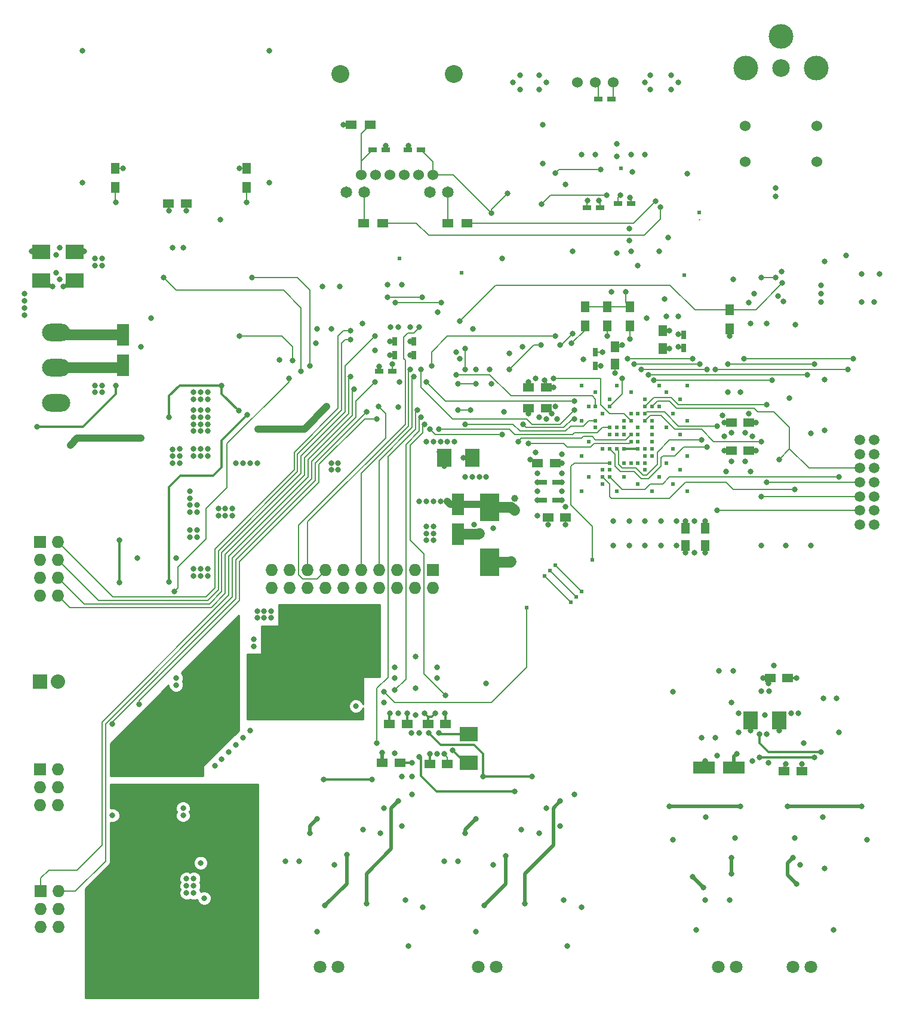
<source format=gbl>
G04 #@! TF.FileFunction,Copper,L4,Bot,Signal*
%FSLAX46Y46*%
G04 Gerber Fmt 4.6, Leading zero omitted, Abs format (unit mm)*
G04 Created by KiCad (PCBNEW 4.0.2+dfsg1-stable) date sø. 02. april 2017 kl. 18.17 +0200*
%MOMM*%
G01*
G04 APERTURE LIST*
%ADD10C,0.100000*%
%ADD11R,0.750000X1.200000*%
%ADD12R,1.200000X0.750000*%
%ADD13R,1.500000X1.250000*%
%ADD14R,2.000000X2.500000*%
%ADD15R,2.700020X4.000500*%
%ADD16R,1.800860X3.149600*%
%ADD17R,2.500000X2.000000*%
%ADD18R,1.250000X1.500000*%
%ADD19R,1.727200X1.727200*%
%ADD20O,1.727200X1.727200*%
%ADD21R,2.032000X2.032000*%
%ADD22O,2.032000X2.032000*%
%ADD23C,2.500000*%
%ADD24C,3.500000*%
%ADD25C,1.524000*%
%ADD26R,1.300000X1.500000*%
%ADD27R,1.500000X1.300000*%
%ADD28C,1.800000*%
%ADD29C,1.651000*%
%ADD30C,2.540000*%
%ADD31C,1.500000*%
%ADD32O,4.000000X2.500000*%
%ADD33R,3.149600X1.800860*%
%ADD34C,0.800000*%
%ADD35C,0.609600*%
%ADD36C,1.000000*%
%ADD37C,0.203200*%
%ADD38C,0.300000*%
%ADD39C,1.000000*%
%ADD40C,1.500000*%
%ADD41C,0.500000*%
%ADD42C,0.254000*%
G04 APERTURE END LIST*
D10*
D11*
X95750000Y-72800000D03*
X95750000Y-74700000D03*
X93000000Y-72800000D03*
X93000000Y-74700000D03*
D12*
X92700000Y-77000000D03*
X90800000Y-77000000D03*
D13*
X63450000Y-53200000D03*
X60950000Y-53200000D03*
D12*
X123750000Y-38400000D03*
X121850000Y-38400000D03*
D13*
X146250000Y-120500000D03*
X148750000Y-120500000D03*
X148250000Y-133750000D03*
X150750000Y-133750000D03*
D14*
X143500000Y-126500000D03*
X147500000Y-126500000D03*
D12*
X91750000Y-45600000D03*
X89850000Y-45600000D03*
X94850000Y-45600000D03*
X96750000Y-45600000D03*
X124650000Y-53200000D03*
X126550000Y-53200000D03*
X120250000Y-53800000D03*
X122150000Y-53800000D03*
D15*
X106500000Y-104088740D03*
X106500000Y-96311260D03*
D16*
X102000000Y-100125980D03*
X102000000Y-95874020D03*
D14*
X104000000Y-89250000D03*
X100000000Y-89250000D03*
D17*
X42900000Y-64100000D03*
X42900000Y-60100000D03*
X47600000Y-64100000D03*
X47600000Y-60100000D03*
D18*
X134250000Y-99250000D03*
X134250000Y-101750000D03*
D13*
X114500000Y-79250000D03*
X112000000Y-79250000D03*
D18*
X131000000Y-73750000D03*
X131000000Y-71250000D03*
X137000000Y-99250000D03*
X137000000Y-101750000D03*
D13*
X114500000Y-82250000D03*
X112000000Y-82250000D03*
X140750000Y-88250000D03*
X143250000Y-88250000D03*
X115750000Y-90000000D03*
X113250000Y-90000000D03*
X117250000Y-97750000D03*
X114750000Y-97750000D03*
D11*
X121500000Y-76200000D03*
X121500000Y-74300000D03*
X134000000Y-73700000D03*
X134000000Y-71800000D03*
D13*
X140750000Y-84250000D03*
X143250000Y-84250000D03*
D12*
X115950000Y-92750000D03*
X114050000Y-92750000D03*
D18*
X124250000Y-76000000D03*
X124250000Y-73500000D03*
D12*
X115950000Y-95250000D03*
X114050000Y-95250000D03*
D16*
X54500000Y-76125980D03*
X54500000Y-71874020D03*
D13*
X93750000Y-132500000D03*
X91250000Y-132500000D03*
X97750000Y-127000000D03*
X100250000Y-127000000D03*
D17*
X103500000Y-132500000D03*
X103500000Y-128500000D03*
D13*
X100500000Y-132750000D03*
X98000000Y-132750000D03*
X94750000Y-127000000D03*
X92250000Y-127000000D03*
D19*
X98430000Y-105230000D03*
D20*
X98430000Y-107770000D03*
X95890000Y-105230000D03*
X95890000Y-107770000D03*
X93350000Y-105230000D03*
X93350000Y-107770000D03*
X90810000Y-105230000D03*
X90810000Y-107770000D03*
X88270000Y-105230000D03*
X88270000Y-107770000D03*
X85730000Y-105230000D03*
X85730000Y-107770000D03*
X83190000Y-105230000D03*
X83190000Y-107770000D03*
X80650000Y-105230000D03*
X80650000Y-107770000D03*
X78110000Y-105230000D03*
X78110000Y-107770000D03*
X75570000Y-105230000D03*
X75570000Y-107770000D03*
D19*
X42730000Y-101190000D03*
D20*
X45270000Y-101190000D03*
X42730000Y-103730000D03*
X45270000Y-103730000D03*
X42730000Y-106270000D03*
X45270000Y-106270000D03*
X42730000Y-108810000D03*
X45270000Y-108810000D03*
D21*
X42730000Y-121000000D03*
D22*
X45270000Y-121000000D03*
D19*
X42730000Y-133460000D03*
D20*
X45270000Y-133460000D03*
X42730000Y-136000000D03*
X45270000Y-136000000D03*
X42730000Y-138540000D03*
X45270000Y-138540000D03*
D23*
X147800000Y-34000000D03*
D24*
X152800000Y-34000000D03*
X142800000Y-34000000D03*
X147800000Y-29500000D03*
D25*
X124000000Y-36000000D03*
X121460000Y-36000000D03*
X118920000Y-36000000D03*
D26*
X72000000Y-50950000D03*
X72000000Y-48250000D03*
X53400000Y-50950000D03*
X53400000Y-48250000D03*
X140500000Y-70950000D03*
X140500000Y-68250000D03*
D27*
X86850000Y-42000000D03*
X89550000Y-42000000D03*
X88650000Y-56000000D03*
X91350000Y-56000000D03*
X100550000Y-56000000D03*
X103250000Y-56000000D03*
D25*
X142700000Y-42200000D03*
X142700000Y-47280000D03*
X152860000Y-47280000D03*
X152860000Y-42200000D03*
D28*
X104900000Y-161500000D03*
X107440000Y-161500000D03*
X138900000Y-161500000D03*
X141440000Y-161500000D03*
X149500000Y-161500000D03*
X152040000Y-161500000D03*
D25*
X88270000Y-49176000D03*
X90302000Y-49176000D03*
X92334000Y-49176000D03*
X94366000Y-49176000D03*
X96398000Y-49176000D03*
X98430000Y-49176000D03*
D29*
X86136400Y-51639800D03*
X88676400Y-51639800D03*
X98023600Y-51639800D03*
X100563600Y-51639800D03*
D30*
X85285500Y-34825000D03*
X101414500Y-34825000D03*
D31*
X161000000Y-98750000D03*
X159000000Y-98750000D03*
X161000000Y-96750000D03*
X159000000Y-96750000D03*
X161000000Y-94750000D03*
X159000000Y-94750000D03*
X161000000Y-92750000D03*
X159000000Y-92750000D03*
X161000000Y-90750000D03*
X159000000Y-90750000D03*
X161000000Y-88750000D03*
X159000000Y-88750000D03*
X161000000Y-86750000D03*
X159000000Y-86750000D03*
D32*
X45000000Y-71500000D03*
X45000000Y-76500000D03*
X45000000Y-81500000D03*
D28*
X82400000Y-161500000D03*
X84940000Y-161500000D03*
D33*
X136874020Y-133250000D03*
X141125980Y-133250000D03*
D19*
X42830000Y-150760000D03*
D20*
X45370000Y-150760000D03*
X42830000Y-153300000D03*
X45370000Y-153300000D03*
X42830000Y-155840000D03*
X45370000Y-155840000D03*
D26*
X123190000Y-67865000D03*
X123190000Y-70565000D03*
X120015000Y-67865000D03*
X120015000Y-70565000D03*
X126365000Y-67865000D03*
X126365000Y-70565000D03*
D34*
X125750000Y-65750000D03*
X93500000Y-82100000D03*
X122000000Y-52800000D03*
X104500000Y-76750000D03*
X108500000Y-82750000D03*
X106750000Y-78750000D03*
X139500000Y-83250000D03*
D35*
X128500000Y-90000000D03*
X128500000Y-81000000D03*
X126500000Y-83000000D03*
D34*
X124250000Y-77250000D03*
D35*
X125500000Y-92000000D03*
X119500000Y-94000000D03*
X124500000Y-79000000D03*
X121500000Y-80000000D03*
X122500000Y-83000000D03*
X120500000Y-87000000D03*
X119500000Y-84000000D03*
D34*
X53500000Y-79000000D03*
X42300000Y-84900000D03*
D35*
X129500000Y-84000000D03*
D34*
X63000000Y-59500000D03*
X58500000Y-69500000D03*
X152000000Y-101750000D03*
X148500000Y-101750000D03*
X145000000Y-101750000D03*
X63500000Y-54250000D03*
X54500000Y-48250000D03*
X71000000Y-48250000D03*
X85250000Y-65000000D03*
X94000000Y-64750000D03*
X85750000Y-42000000D03*
X132250000Y-35000000D03*
X133250000Y-36000000D03*
X132250000Y-37000000D03*
X114000000Y-42000000D03*
X114000000Y-47500000D03*
X121500000Y-46250000D03*
X124500000Y-46500000D03*
X126500000Y-46250000D03*
X108250000Y-61000000D03*
X131750000Y-58000000D03*
X145750000Y-70250000D03*
X131500000Y-69250000D03*
X132000000Y-73750000D03*
X133250000Y-73500000D03*
X122250000Y-76250000D03*
X109250000Y-74500000D03*
X111150000Y-73500000D03*
X127500000Y-62000000D03*
X126250000Y-58500000D03*
X126750000Y-48750000D03*
X126400000Y-52400000D03*
X147000000Y-51000000D03*
X159200000Y-67200000D03*
X159200000Y-63200000D03*
X154000000Y-78200000D03*
X154000000Y-85400000D03*
X84000000Y-71000000D03*
X90200000Y-74000000D03*
X92400000Y-70700000D03*
X93500000Y-70700000D03*
X102200000Y-75200000D03*
X92700000Y-76000000D03*
X92300000Y-72800000D03*
X95200000Y-72800000D03*
X140250000Y-80000000D03*
X139750000Y-84250000D03*
X140750000Y-85750000D03*
X139750000Y-86250000D03*
X139750000Y-88250000D03*
X140750000Y-89750000D03*
X140000000Y-91250000D03*
X46000000Y-65000000D03*
X44500000Y-65000000D03*
X45000000Y-63000000D03*
X45500000Y-64000000D03*
D35*
X122500000Y-93000000D03*
X122500000Y-91000000D03*
X123500000Y-86000000D03*
D34*
X40500000Y-68000000D03*
X40500000Y-66000000D03*
X40500000Y-67000000D03*
X40500000Y-69000000D03*
X146000000Y-121250000D03*
X145500000Y-125750000D03*
X96000000Y-122000000D03*
X94750000Y-125500000D03*
X97250000Y-125500000D03*
X98750000Y-125500000D03*
X93000000Y-120500000D03*
X99000000Y-120500000D03*
X141000000Y-119500000D03*
X153800000Y-123400000D03*
X87500000Y-124500000D03*
X128750000Y-69500000D03*
X154000000Y-61400000D03*
X153500000Y-67200000D03*
X148100000Y-67100000D03*
X145250000Y-120500000D03*
X140750000Y-124000000D03*
D35*
X125100000Y-48200000D03*
D34*
X146100000Y-122400000D03*
X145000000Y-122400000D03*
X139000000Y-119500000D03*
X124500000Y-60250000D03*
X126500000Y-60000000D03*
X130500000Y-60000000D03*
X126250000Y-56750000D03*
X120400000Y-52800000D03*
X99100000Y-68600000D03*
X93700000Y-78500000D03*
X90800000Y-76300000D03*
X92300000Y-74700000D03*
X95200000Y-74700000D03*
X95200000Y-70700000D03*
X150750000Y-132750000D03*
X151000000Y-129750000D03*
X141750000Y-128250000D03*
X143750000Y-132250000D03*
X100100000Y-125500000D03*
X95400000Y-128300000D03*
X92300000Y-125500000D03*
X93500000Y-125500000D03*
X96000000Y-125750000D03*
X91500000Y-124000000D03*
D35*
X124500000Y-86000000D03*
X123500000Y-91000000D03*
X128500000Y-91000000D03*
X126500000Y-90000000D03*
X130500000Y-79000000D03*
X122500000Y-88000000D03*
X132500000Y-88000000D03*
X129500000Y-87000000D03*
X128500000Y-88000000D03*
X127500000Y-86000000D03*
X129500000Y-85000000D03*
X131500000Y-85000000D03*
X131500000Y-80000000D03*
X130500000Y-82000000D03*
X121500000Y-85000000D03*
X120500000Y-82000000D03*
X119500000Y-79000000D03*
X127500000Y-83000000D03*
X126500000Y-80000000D03*
X123500000Y-81000000D03*
D34*
X66000000Y-151750000D03*
X83000000Y-114000000D03*
X82000000Y-115000000D03*
X81000000Y-115000000D03*
X82000000Y-114000000D03*
X83000000Y-115000000D03*
X68500000Y-118500000D03*
X66500000Y-118500000D03*
X67500000Y-118500000D03*
X69500000Y-118500000D03*
X66500000Y-119500000D03*
X69500000Y-120500000D03*
X80000000Y-115000000D03*
X79000000Y-115000000D03*
X67500000Y-120500000D03*
X68500000Y-120500000D03*
X66500000Y-120500000D03*
X69500000Y-119500000D03*
X67500000Y-119500000D03*
X68500000Y-119500000D03*
X85000000Y-91000000D03*
X85000000Y-90000000D03*
X84000000Y-90000000D03*
X84000000Y-91000000D03*
X104000000Y-92000000D03*
X106000000Y-92000000D03*
X105000000Y-92000000D03*
X103000000Y-92000000D03*
D35*
X125500000Y-84000000D03*
X134500000Y-94000000D03*
X129500000Y-94000000D03*
X124500000Y-94000000D03*
X132500000Y-93000000D03*
X127500000Y-93000000D03*
X130500000Y-92000000D03*
X120500000Y-92000000D03*
X133500000Y-91000000D03*
X131500000Y-90000000D03*
X134500000Y-89000000D03*
X129500000Y-89000000D03*
X119500000Y-89000000D03*
X133500000Y-86000000D03*
X134500000Y-84000000D03*
X132500000Y-83000000D03*
X133500000Y-81000000D03*
X134500000Y-79000000D03*
D36*
X105000000Y-100000000D03*
X109500000Y-104000000D03*
D34*
X97500000Y-101000000D03*
X98500000Y-100000000D03*
X98500000Y-99000000D03*
X98500000Y-101000000D03*
X97500000Y-100000000D03*
X97500000Y-99000000D03*
X65500000Y-106000000D03*
X66500000Y-105000000D03*
X64500000Y-105000000D03*
X65500000Y-105000000D03*
X66500000Y-106000000D03*
X64500000Y-106000000D03*
X65000000Y-100500000D03*
X64000000Y-100500000D03*
X65000000Y-99500000D03*
X64000000Y-97000000D03*
X64000000Y-99500000D03*
X64000000Y-96000000D03*
X65000000Y-97000000D03*
X64000000Y-94000000D03*
X64000000Y-95000000D03*
X65000000Y-96000000D03*
X56500000Y-103500000D03*
X66500000Y-85500000D03*
X65500000Y-85500000D03*
X64500000Y-85500000D03*
X66500000Y-84500000D03*
X65500000Y-84500000D03*
X64500000Y-84500000D03*
X66500000Y-83500000D03*
X65500000Y-83500000D03*
X64500000Y-83500000D03*
X66500000Y-82500000D03*
X65500000Y-82500000D03*
X64500000Y-81000000D03*
X66500000Y-81000000D03*
X65500000Y-80000000D03*
X64500000Y-80000000D03*
X66500000Y-80000000D03*
X65500000Y-81000000D03*
X64500000Y-82500000D03*
X65500000Y-88000000D03*
X66500000Y-89000000D03*
X64500000Y-89000000D03*
X65500000Y-89000000D03*
X66500000Y-88000000D03*
X64500000Y-88000000D03*
X57000000Y-73500000D03*
X76700000Y-75400000D03*
X61500000Y-59500000D03*
X104250000Y-98750000D03*
X107000000Y-99250000D03*
X48750000Y-31500000D03*
X48750000Y-50250000D03*
X75250000Y-31500000D03*
X75250000Y-50250000D03*
X61000000Y-54250000D03*
X82750000Y-65000000D03*
X92000000Y-64750000D03*
X91750000Y-45000000D03*
X110750000Y-35000000D03*
X110750000Y-37000000D03*
X109750000Y-36000000D03*
X119500000Y-46250000D03*
X124500000Y-44750000D03*
X128500000Y-46250000D03*
X134500000Y-49000000D03*
X131250000Y-66750000D03*
X123750000Y-65750000D03*
X143500000Y-70250000D03*
X140500000Y-72000000D03*
X141000000Y-64000000D03*
X133250000Y-69250000D03*
X132000000Y-71250000D03*
X133250000Y-71750000D03*
X122500000Y-74250000D03*
X125250000Y-73250000D03*
X106500000Y-76750000D03*
X117250000Y-50500000D03*
X118250000Y-60000000D03*
X125000000Y-52000000D03*
X147000000Y-52200000D03*
X161800000Y-63200000D03*
X161000000Y-67200000D03*
X149800000Y-70400000D03*
X157000000Y-60600000D03*
X149000000Y-80800000D03*
X152000000Y-85800000D03*
X82000000Y-71000000D03*
X81800000Y-73000000D03*
X88400000Y-70200000D03*
X142000000Y-80000000D03*
X143250000Y-83000000D03*
X144250000Y-84250000D03*
X142750000Y-85750000D03*
X143750000Y-86250000D03*
X144250000Y-88250000D03*
X142750000Y-89750000D03*
X143500000Y-91250000D03*
X124000000Y-101750000D03*
X126250000Y-101750000D03*
X128500000Y-101750000D03*
X130750000Y-101750000D03*
X133000000Y-101750000D03*
X135500000Y-102750000D03*
X134250000Y-102750000D03*
X137000000Y-102750000D03*
X114750000Y-98750000D03*
X113250000Y-97500000D03*
X113250000Y-95250000D03*
X113250000Y-94000000D03*
X113250000Y-92750000D03*
X113250000Y-91500000D03*
X112250000Y-89500000D03*
X113000000Y-88500000D03*
X114500000Y-83750000D03*
X113500000Y-83500000D03*
X112000000Y-83000000D03*
X113000000Y-78000000D03*
X112000000Y-78500000D03*
X51500000Y-80000000D03*
X50500000Y-79000000D03*
X50500000Y-80000000D03*
X51500000Y-79000000D03*
X51500000Y-62000000D03*
X50500000Y-61000000D03*
X51500000Y-61000000D03*
X50500000Y-62000000D03*
X41500000Y-60000000D03*
X49000000Y-60000000D03*
X45000000Y-60500000D03*
X45500000Y-59500000D03*
X63000000Y-140000000D03*
X63000000Y-139000000D03*
X65500000Y-146750000D03*
X68250000Y-55500000D03*
X100000000Y-90500000D03*
X80000000Y-114000000D03*
X79000000Y-114000000D03*
X81000000Y-114000000D03*
X53000000Y-140000000D03*
X137000000Y-132250000D03*
X95000000Y-158500000D03*
X77500000Y-146500000D03*
X91500000Y-139000000D03*
X95500000Y-137000000D03*
X94000000Y-141500000D03*
X82000000Y-156500000D03*
X97000000Y-153000000D03*
X94500000Y-152000000D03*
X104500000Y-156500000D03*
X117000000Y-152000000D03*
X119500000Y-153000000D03*
X100000000Y-146500000D03*
X116500000Y-141500000D03*
X114500000Y-139000000D03*
X118500000Y-137000000D03*
X117500000Y-158500000D03*
X99000000Y-119000000D03*
X96000000Y-117500000D03*
X93000000Y-119000000D03*
X94000000Y-134500000D03*
X135750000Y-156250000D03*
X138750000Y-131500000D03*
X137100000Y-140250000D03*
X132500000Y-143500000D03*
X141250000Y-143250000D03*
X155250000Y-156250000D03*
X160000000Y-143500000D03*
X149750000Y-143250000D03*
X153700000Y-140250000D03*
X156000000Y-128250000D03*
X146750000Y-118750000D03*
X141750000Y-125500000D03*
X149250000Y-125500000D03*
X150250000Y-125500000D03*
X150000000Y-120500000D03*
X99300000Y-128300000D03*
X155700000Y-123400000D03*
X106000000Y-121250000D03*
X136500000Y-129000000D03*
X132500000Y-122500000D03*
X101700000Y-74300000D03*
X104100000Y-71000000D03*
X95000000Y-45000000D03*
X100000000Y-131250000D03*
X99000000Y-131250000D03*
X145750000Y-128500000D03*
X147500000Y-128000000D03*
D35*
X134100000Y-63400000D03*
X136200000Y-54500000D03*
X93700000Y-61000000D03*
X102500000Y-63000000D03*
D34*
X119800000Y-75300000D03*
X153500000Y-66000000D03*
X153500000Y-64800000D03*
X144000000Y-66000000D03*
X143250000Y-67250000D03*
X147900000Y-62900000D03*
X147400000Y-66300000D03*
X93000000Y-131200000D03*
X91200000Y-131100000D03*
X154000000Y-147500000D03*
X137000000Y-152000000D03*
X128500000Y-36000000D03*
X129250000Y-35000000D03*
X129250000Y-37000000D03*
X113500000Y-35000000D03*
X114500000Y-36000000D03*
X113500000Y-37000000D03*
X73000000Y-116000000D03*
X95500000Y-132500000D03*
X95500000Y-134500000D03*
X96500000Y-128300000D03*
X143500000Y-128000000D03*
X73000000Y-115000000D03*
X73500000Y-111000000D03*
X73500000Y-112000000D03*
X74500000Y-112000000D03*
X75500000Y-111000000D03*
X74500000Y-111000000D03*
X89000000Y-152500000D03*
X93500000Y-138000000D03*
X116500000Y-138000000D03*
X111500000Y-152500000D03*
X75500000Y-112000000D03*
X138500000Y-129000000D03*
X148500000Y-132750000D03*
X146000000Y-132500000D03*
X113500000Y-142500000D03*
X111000000Y-142000000D03*
X70500000Y-130000000D03*
X91000000Y-142500000D03*
X88500000Y-142000000D03*
X72500000Y-128000000D03*
X71500000Y-129000000D03*
X68500000Y-132000000D03*
X67500000Y-133000000D03*
X69500000Y-131000000D03*
X150500000Y-147000000D03*
X64500000Y-149000000D03*
X79500000Y-146500000D03*
X84500000Y-147000000D03*
X102000000Y-146500000D03*
X107000000Y-147000000D03*
X64500000Y-150000000D03*
X63500000Y-150000000D03*
X64500000Y-151000000D03*
X63500000Y-149000000D03*
X63500000Y-151000000D03*
X140500000Y-152000000D03*
X141500000Y-131250000D03*
X132000000Y-138750000D03*
X142000000Y-138750000D03*
X159250000Y-138750000D03*
X148750000Y-138750000D03*
X136750000Y-150250000D03*
X135250000Y-148750000D03*
X140750000Y-146000000D03*
X140750000Y-148250000D03*
X149500000Y-146000000D03*
X150000000Y-149750000D03*
X123100000Y-52000000D03*
X113800000Y-53300000D03*
X122200000Y-48400000D03*
X115800000Y-48900000D03*
X106700000Y-54600000D03*
X109000000Y-51750000D03*
X116750000Y-88750000D03*
X116750000Y-90000000D03*
D35*
X125500000Y-90000000D03*
X127500000Y-90000000D03*
X128500000Y-89000000D03*
X127500000Y-85000000D03*
D36*
X110000000Y-96750000D03*
X110000000Y-95000000D03*
D34*
X124000000Y-98250000D03*
X126250000Y-98250000D03*
X128500000Y-98250000D03*
X130750000Y-98250000D03*
X133000000Y-98250000D03*
X134250000Y-98250000D03*
X117250000Y-98750000D03*
X117250000Y-96250000D03*
X116750000Y-95250000D03*
X116750000Y-94000000D03*
X116750000Y-92750000D03*
X116750000Y-91500000D03*
D35*
X127500000Y-87000000D03*
X129500000Y-88000000D03*
X129500000Y-86000000D03*
D34*
X137000000Y-98250000D03*
X135500000Y-98250000D03*
X97500000Y-95500000D03*
X100500000Y-95500000D03*
X99500000Y-95500000D03*
X98500000Y-95500000D03*
X96500000Y-95500000D03*
D35*
X125500000Y-86000000D03*
X125500000Y-85000000D03*
X124500000Y-85000000D03*
D34*
X100500000Y-87000000D03*
X98500000Y-87000000D03*
X97500000Y-87000000D03*
X99500000Y-87000000D03*
X101500000Y-87000000D03*
D35*
X127500000Y-88000000D03*
X125500000Y-88000000D03*
D34*
X116000000Y-83750000D03*
X115750000Y-82000000D03*
X115250000Y-83000000D03*
X115500000Y-79250000D03*
X114250000Y-78250000D03*
X102750000Y-89250000D03*
X62000000Y-121500000D03*
X72500000Y-90000000D03*
X70500000Y-90000000D03*
X71500000Y-90000000D03*
X73500000Y-90000000D03*
X61500000Y-89000000D03*
X62500000Y-90000000D03*
X62500000Y-88000000D03*
X62500000Y-89000000D03*
X61500000Y-90000000D03*
X61500000Y-88100000D03*
X62000000Y-103500000D03*
X62000000Y-120500000D03*
X68000000Y-97500000D03*
X69000000Y-97500000D03*
X70000000Y-96500000D03*
X69000000Y-96500000D03*
X70000000Y-97500000D03*
X68000000Y-96500000D03*
D36*
X73600000Y-85200000D03*
X83400000Y-82000000D03*
D34*
X69500000Y-147500000D03*
X67500000Y-147500000D03*
X68500000Y-146500000D03*
X69500000Y-145500000D03*
X67500000Y-145500000D03*
X68500000Y-145500000D03*
X69500000Y-146500000D03*
X67500000Y-146500000D03*
X68500000Y-147500000D03*
X69500000Y-138500000D03*
X67500000Y-138500000D03*
X68500000Y-139500000D03*
X69500000Y-140500000D03*
X67500000Y-140500000D03*
X68500000Y-140500000D03*
X69500000Y-139500000D03*
X67500000Y-139500000D03*
X68500000Y-138500000D03*
X59000000Y-140500000D03*
X59000000Y-139500000D03*
X58000000Y-139500000D03*
X58000000Y-140500000D03*
X59000000Y-141500000D03*
X58000000Y-141500000D03*
X54000000Y-101000000D03*
X54000000Y-107000000D03*
X103000000Y-142500000D03*
X104500000Y-140500000D03*
X81000000Y-142500000D03*
X82000000Y-140500000D03*
X105750000Y-152750000D03*
X108750000Y-145750000D03*
X83100000Y-152800000D03*
X86200000Y-145600000D03*
X53500000Y-53000000D03*
X96500000Y-70700000D03*
X61750000Y-108250000D03*
X78000000Y-78000000D03*
X126000000Y-75250000D03*
X135250000Y-75250000D03*
D35*
X115750000Y-104500000D03*
X119500000Y-108250000D03*
D34*
X104500000Y-78750000D03*
X102000000Y-78750000D03*
D35*
X115000000Y-105250000D03*
X118750000Y-109000000D03*
D34*
X103750000Y-82500000D03*
X102000000Y-82500000D03*
X53000000Y-127000000D03*
X89000000Y-82750000D03*
X144750000Y-131750000D03*
X152500000Y-131750000D03*
X102235000Y-69850000D03*
X148000000Y-64500000D03*
D35*
X114250000Y-106000000D03*
D34*
X98000000Y-85250000D03*
X108250000Y-86000000D03*
D35*
X118000000Y-109750000D03*
D34*
X115750000Y-72000000D03*
X98250000Y-76250000D03*
D35*
X126500000Y-84000000D03*
D34*
X115500000Y-78000000D03*
D35*
X126500000Y-87000000D03*
D34*
X112000000Y-87250000D03*
X100250000Y-123000000D03*
X97250000Y-84500000D03*
D35*
X111750000Y-110500000D03*
D34*
X91500000Y-122500000D03*
X101750000Y-77500000D03*
D35*
X121500000Y-82000000D03*
D34*
X99250000Y-85250000D03*
D35*
X123500000Y-85000000D03*
D34*
X103000000Y-84500000D03*
X103000000Y-76750000D03*
X103000000Y-73750000D03*
D35*
X121500000Y-84000000D03*
D34*
X111250000Y-84500000D03*
X118500000Y-83750000D03*
X118500000Y-81250000D03*
X97500000Y-78500000D03*
X96750000Y-76750000D03*
X118500000Y-82500000D03*
X93100000Y-67300000D03*
X99600000Y-67300000D03*
X96900000Y-66500000D03*
X92000000Y-66500000D03*
X90500000Y-129750000D03*
X96250000Y-82500000D03*
X96750000Y-83500000D03*
X93000000Y-122250000D03*
X136250000Y-76000000D03*
X127000000Y-76000000D03*
X156000000Y-92000000D03*
D35*
X123500000Y-92000000D03*
D34*
X138500000Y-76750000D03*
D35*
X124500000Y-88000000D03*
D34*
X136500000Y-86750000D03*
X157250000Y-76750000D03*
X158000000Y-75250000D03*
X142500000Y-75250000D03*
X137250000Y-87750000D03*
X140250000Y-76000000D03*
X152500000Y-76000000D03*
D35*
X123500000Y-88000000D03*
D34*
X151500000Y-77500000D03*
X129000000Y-77500000D03*
X147000000Y-63750000D03*
X145000000Y-63750000D03*
X137250000Y-76750000D03*
X128000000Y-76750000D03*
D35*
X122500000Y-92000000D03*
D34*
X149750000Y-93750000D03*
X118200000Y-71700000D03*
X116500000Y-73250000D03*
X125250000Y-78000000D03*
D35*
X123500000Y-82000000D03*
D34*
X129750000Y-78250000D03*
X146500000Y-78250000D03*
D35*
X121000000Y-103750000D03*
X123500000Y-90000000D03*
D34*
X86750000Y-71250000D03*
D36*
X47000000Y-87500000D03*
X57000000Y-86500000D03*
D34*
X112500000Y-134500000D03*
X105500000Y-134500000D03*
X97800000Y-128300000D03*
X96500000Y-131700000D03*
X110000000Y-136600000D03*
X89800000Y-134900000D03*
X82900000Y-134900000D03*
X101250000Y-130750000D03*
X98000000Y-131250000D03*
X72000000Y-53000000D03*
X86750000Y-72500000D03*
X90250000Y-72000000D03*
X86750000Y-77750000D03*
X87250000Y-79500000D03*
X90250000Y-78500000D03*
X95750000Y-77750000D03*
X95250000Y-76750000D03*
X90750000Y-82000000D03*
D35*
X128500000Y-83000000D03*
D34*
X138750000Y-96750000D03*
X138750000Y-84750000D03*
X145000000Y-87000000D03*
D35*
X128500000Y-84000000D03*
D34*
X145000000Y-94750000D03*
D35*
X128500000Y-82000000D03*
D34*
X145750000Y-92750000D03*
X145750000Y-81750000D03*
X147500000Y-89500000D03*
D35*
X129500000Y-82000000D03*
D34*
X56750000Y-124250000D03*
X90500000Y-83750000D03*
X72750000Y-63750000D03*
X81000000Y-76250000D03*
X78500000Y-75500000D03*
X71000000Y-72000000D03*
X60250000Y-63750000D03*
X79750000Y-77000000D03*
X144750000Y-128500000D03*
X153500000Y-131000000D03*
X130700000Y-53700000D03*
X130000000Y-52900000D03*
X113750000Y-73250000D03*
X109250000Y-76750000D03*
D35*
X126500000Y-86000000D03*
D34*
X110500000Y-87000000D03*
X61000000Y-106900000D03*
X72100000Y-83200000D03*
X70900000Y-82600000D03*
X61000000Y-83500000D03*
X68500000Y-79000000D03*
X123190000Y-72009000D03*
X118110000Y-73025000D03*
X126365000Y-72390000D03*
D37*
X136200000Y-55500000D02*
X136250000Y-55500000D01*
X125750000Y-67250000D02*
X125750000Y-65750000D01*
X125750000Y-67250000D02*
X126365000Y-67865000D01*
X123190000Y-67865000D02*
X126365000Y-67865000D01*
X120015000Y-67865000D02*
X123190000Y-67865000D01*
X126285000Y-67945000D02*
X126365000Y-67865000D01*
X122150000Y-53800000D02*
X122150000Y-52950000D01*
X122150000Y-52950000D02*
X122000000Y-52800000D01*
X124250000Y-76000000D02*
X124250000Y-77250000D01*
D38*
X53500000Y-80200000D02*
X53500000Y-79000000D01*
X48800000Y-84900000D02*
X53500000Y-80200000D01*
X42300000Y-84900000D02*
X48800000Y-84900000D01*
D39*
X42400000Y-64600000D02*
X42900000Y-64100000D01*
D37*
X63450000Y-54200000D02*
X63500000Y-54250000D01*
X63450000Y-53200000D02*
X63450000Y-54200000D01*
X53400000Y-48250000D02*
X54500000Y-48250000D01*
X72000000Y-48250000D02*
X71000000Y-48250000D01*
X86850000Y-42000000D02*
X85750000Y-42000000D01*
X131000000Y-73750000D02*
X132000000Y-73750000D01*
X133450000Y-73700000D02*
X133250000Y-73500000D01*
X134000000Y-73700000D02*
X133450000Y-73700000D01*
X122200000Y-76200000D02*
X122250000Y-76250000D01*
X121500000Y-76200000D02*
X122200000Y-76200000D01*
X111150000Y-73500000D02*
X111250000Y-73500000D01*
X126550000Y-52550000D02*
X126400000Y-52400000D01*
X126550000Y-53200000D02*
X126550000Y-52550000D01*
X92700000Y-77000000D02*
X92700000Y-76000000D01*
X93000000Y-72800000D02*
X92300000Y-72800000D01*
X95750000Y-72800000D02*
X95200000Y-72800000D01*
X140750000Y-84250000D02*
X139750000Y-84250000D01*
X140750000Y-88250000D02*
X139750000Y-88250000D01*
X46900000Y-64100000D02*
X46000000Y-65000000D01*
X47600000Y-64100000D02*
X46900000Y-64100000D01*
X43600000Y-64100000D02*
X44500000Y-65000000D01*
X42900000Y-64100000D02*
X43600000Y-64100000D01*
D38*
X146000000Y-120750000D02*
X146000000Y-121250000D01*
D37*
X146000000Y-120750000D02*
X146250000Y-120500000D01*
D38*
X94750000Y-127000000D02*
X94750000Y-125500000D01*
X97750000Y-126000000D02*
X97250000Y-125500000D01*
X97750000Y-127000000D02*
X97750000Y-126000000D01*
X98250000Y-126000000D02*
X98750000Y-125500000D01*
X97750000Y-126000000D02*
X98250000Y-126000000D01*
D37*
X120250000Y-52950000D02*
X120250000Y-53800000D01*
X120250000Y-52950000D02*
X120400000Y-52800000D01*
X90800000Y-76300000D02*
X90800000Y-77000000D01*
X92300000Y-74700000D02*
X93000000Y-74700000D01*
X95750000Y-74700000D02*
X95200000Y-74700000D01*
X150750000Y-133750000D02*
X150750000Y-132750000D01*
D38*
X100250000Y-127000000D02*
X100250000Y-125650000D01*
D37*
X100250000Y-125650000D02*
X100100000Y-125500000D01*
D38*
X92250000Y-125550000D02*
X92250000Y-127000000D01*
D37*
X92250000Y-125550000D02*
X92300000Y-125500000D01*
D40*
X102000000Y-100125980D02*
X104874020Y-100125980D01*
X104874020Y-100125980D02*
X105000000Y-100000000D01*
X106500000Y-104088740D02*
X109411260Y-104088740D01*
X109411260Y-104088740D02*
X109500000Y-104000000D01*
X45000000Y-76500000D02*
X54125980Y-76500000D01*
X54125980Y-76500000D02*
X54500000Y-76125980D01*
D41*
X111900000Y-82350000D02*
X112000000Y-82250000D01*
X99150000Y-88400000D02*
X100000000Y-89250000D01*
D37*
X114750000Y-97750000D02*
X114150000Y-97750000D01*
X137000000Y-101750000D02*
X137000000Y-102350000D01*
X60950000Y-54200000D02*
X61000000Y-54250000D01*
X60950000Y-53200000D02*
X60950000Y-54200000D01*
X91750000Y-45600000D02*
X91750000Y-45000000D01*
X140500000Y-70950000D02*
X140500000Y-72000000D01*
X131000000Y-71250000D02*
X132000000Y-71250000D01*
X133300000Y-71800000D02*
X133250000Y-71750000D01*
X134000000Y-71800000D02*
X133300000Y-71800000D01*
X122450000Y-74300000D02*
X122500000Y-74250000D01*
X121500000Y-74300000D02*
X122450000Y-74300000D01*
X125000000Y-73500000D02*
X125250000Y-73250000D01*
X124250000Y-73500000D02*
X125000000Y-73500000D01*
X124650000Y-52350000D02*
X124650000Y-53200000D01*
X124650000Y-52350000D02*
X125000000Y-52000000D01*
X143250000Y-84250000D02*
X144250000Y-84250000D01*
X143250000Y-88250000D02*
X144250000Y-88250000D01*
X134250000Y-101750000D02*
X134250000Y-102750000D01*
X137000000Y-101750000D02*
X137000000Y-102750000D01*
X114750000Y-97750000D02*
X114750000Y-98750000D01*
X114050000Y-95250000D02*
X113250000Y-95250000D01*
X114050000Y-92750000D02*
X113250000Y-92750000D01*
X112750000Y-90000000D02*
X112250000Y-89500000D01*
X113250000Y-90000000D02*
X112750000Y-90000000D01*
X112000000Y-82250000D02*
X112000000Y-83000000D01*
X112000000Y-79250000D02*
X112000000Y-78500000D01*
X41600000Y-60100000D02*
X41500000Y-60000000D01*
X42900000Y-60100000D02*
X41600000Y-60100000D01*
X48900000Y-60100000D02*
X49000000Y-60000000D01*
X47600000Y-60100000D02*
X48900000Y-60100000D01*
X100000000Y-89250000D02*
X100000000Y-90500000D01*
D38*
X136874020Y-133250000D02*
X136874020Y-132375980D01*
D41*
X136874020Y-132375980D02*
X137000000Y-132250000D01*
D38*
X148750000Y-120500000D02*
X150000000Y-120500000D01*
X99500000Y-128500000D02*
X99300000Y-128300000D01*
X103500000Y-128500000D02*
X99500000Y-128500000D01*
D37*
X94850000Y-45150000D02*
X95000000Y-45000000D01*
X94850000Y-45600000D02*
X94850000Y-45150000D01*
X100500000Y-131750000D02*
X100500000Y-132750000D01*
X100500000Y-131750000D02*
X100000000Y-131250000D01*
X147500000Y-126500000D02*
X147500000Y-128000000D01*
D41*
X91250000Y-132500000D02*
X91250000Y-131150000D01*
D37*
X91250000Y-131150000D02*
X91200000Y-131100000D01*
X124000000Y-36000000D02*
X124000000Y-38150000D01*
X124000000Y-38150000D02*
X123750000Y-38400000D01*
X121850000Y-38400000D02*
X121850000Y-36390000D01*
X121850000Y-36390000D02*
X121460000Y-36000000D01*
D38*
X93750000Y-132500000D02*
X95500000Y-132500000D01*
D37*
X143500000Y-128000000D02*
X143500000Y-126500000D01*
D41*
X89000000Y-148250000D02*
X92500000Y-144750000D01*
X92500000Y-144750000D02*
X92500000Y-139000000D01*
X92500000Y-139000000D02*
X93500000Y-138000000D01*
X89000000Y-152500000D02*
X89000000Y-148250000D01*
X115500000Y-139000000D02*
X116500000Y-138000000D01*
X115500000Y-144250000D02*
X115500000Y-139000000D01*
X111500000Y-148250000D02*
X115500000Y-144250000D01*
X111500000Y-152500000D02*
X111500000Y-148250000D01*
D37*
X148250000Y-133000000D02*
X148250000Y-133750000D01*
X148250000Y-133000000D02*
X148500000Y-132750000D01*
D41*
X141125980Y-133250000D02*
X141125980Y-131624020D01*
X141125980Y-131624020D02*
X141500000Y-131250000D01*
X140500000Y-132624020D02*
X141125980Y-133250000D01*
X132000000Y-138750000D02*
X142000000Y-138750000D01*
X148750000Y-138750000D02*
X159250000Y-138750000D01*
X136750000Y-150250000D02*
X135250000Y-148750000D01*
X140750000Y-146000000D02*
X140750000Y-148250000D01*
X148750000Y-146750000D02*
X148750000Y-148500000D01*
X148750000Y-148500000D02*
X150000000Y-149750000D01*
X149500000Y-146000000D02*
X148750000Y-146750000D01*
D37*
X115100000Y-52000000D02*
X123100000Y-52000000D01*
X113800000Y-53300000D02*
X115100000Y-52000000D01*
X115800000Y-48900000D02*
X116300000Y-48400000D01*
X116300000Y-48400000D02*
X122200000Y-48400000D01*
X88270000Y-49176000D02*
X88270000Y-47180000D01*
X88270000Y-47180000D02*
X89850000Y-45600000D01*
X88270000Y-49176000D02*
X88270000Y-43280000D01*
X88270000Y-43280000D02*
X89550000Y-42000000D01*
X106700000Y-54600000D02*
X101276000Y-49176000D01*
X101276000Y-49176000D02*
X98430000Y-49176000D01*
X98430000Y-49176000D02*
X98430000Y-47280000D01*
X98430000Y-47280000D02*
X96750000Y-45600000D01*
X109000000Y-51750000D02*
X106700000Y-54050000D01*
X106700000Y-54050000D02*
X106700000Y-54600000D01*
X116750000Y-90000000D02*
X115750000Y-90000000D01*
D40*
X106500000Y-96311260D02*
X109561260Y-96311260D01*
X109561260Y-96311260D02*
X110000000Y-96750000D01*
D39*
X102000000Y-95874020D02*
X106062760Y-95874020D01*
X106062760Y-95874020D02*
X106500000Y-96311260D01*
D37*
X117250000Y-97750000D02*
X117800000Y-97750000D01*
X137000000Y-99250000D02*
X137000000Y-98650000D01*
X134250000Y-99250000D02*
X134250000Y-98250000D01*
X117250000Y-97750000D02*
X117250000Y-98750000D01*
X115950000Y-95250000D02*
X116750000Y-95250000D01*
X115950000Y-92750000D02*
X116750000Y-92750000D01*
X137000000Y-98250000D02*
X137000000Y-99250000D01*
D39*
X100874020Y-95874020D02*
X100500000Y-95500000D01*
X100874020Y-95874020D02*
X102000000Y-95874020D01*
D38*
X127500000Y-88000000D02*
X125500000Y-88000000D01*
D37*
X114500000Y-82250000D02*
X115250000Y-83000000D01*
X114500000Y-78500000D02*
X114250000Y-78250000D01*
X114500000Y-79250000D02*
X114500000Y-78500000D01*
X104000000Y-89250000D02*
X102750000Y-89250000D01*
X61500000Y-88100000D02*
X61500000Y-88000000D01*
D40*
X54500000Y-71874020D02*
X45374020Y-71874020D01*
D38*
X45374020Y-71874020D02*
X45000000Y-71500000D01*
D39*
X80200000Y-85200000D02*
X73600000Y-85200000D01*
X83400000Y-82000000D02*
X80200000Y-85200000D01*
D38*
X54000000Y-107000000D02*
X54000000Y-101000000D01*
D41*
X103000000Y-142000000D02*
X103000000Y-142500000D01*
X104500000Y-140500000D02*
X103000000Y-142000000D01*
X81000000Y-141500000D02*
X81000000Y-142500000D01*
X82000000Y-140500000D02*
X81000000Y-141500000D01*
X105750000Y-152750000D02*
X108750000Y-149750000D01*
X108750000Y-149750000D02*
X108750000Y-145750000D01*
X83100000Y-152800000D02*
X86200000Y-149700000D01*
X86200000Y-149700000D02*
X86200000Y-145600000D01*
D37*
X53400000Y-52900000D02*
X53400000Y-50950000D01*
X53500000Y-53000000D02*
X53400000Y-52900000D01*
X94500000Y-75400000D02*
X94300000Y-75200000D01*
X94300000Y-75200000D02*
X94300000Y-72200000D01*
X94300000Y-72200000D02*
X94900000Y-71600000D01*
X80650000Y-98350000D02*
X80650000Y-105230000D01*
X80650000Y-98350000D02*
X94500000Y-84500000D01*
X96500000Y-70800000D02*
X96500000Y-70700000D01*
X95700000Y-71600000D02*
X96500000Y-70800000D01*
X94900000Y-71600000D02*
X95700000Y-71600000D01*
X94500000Y-84500000D02*
X94500000Y-75400000D01*
X62250000Y-104750000D02*
X62250000Y-107750000D01*
X62250000Y-107750000D02*
X61750000Y-108250000D01*
X66250000Y-96500000D02*
X66250000Y-100750000D01*
X69250000Y-93500000D02*
X66250000Y-96500000D01*
X69250000Y-87250000D02*
X69250000Y-93500000D01*
X78000000Y-78500000D02*
X69250000Y-87250000D01*
X78000000Y-78000000D02*
X78000000Y-78500000D01*
X66250000Y-100750000D02*
X62250000Y-104750000D01*
X126000000Y-75250000D02*
X135250000Y-75250000D01*
X115750000Y-104500000D02*
X119500000Y-108250000D01*
X102000000Y-78750000D02*
X104500000Y-78750000D01*
X115000000Y-105250000D02*
X118750000Y-109000000D01*
X102000000Y-82500000D02*
X103750000Y-82500000D01*
X81750000Y-90000000D02*
X89000000Y-82750000D01*
X70500000Y-103750000D02*
X81750000Y-92500000D01*
X70500000Y-109250000D02*
X70500000Y-103750000D01*
X53000000Y-126750000D02*
X70500000Y-109250000D01*
X53000000Y-127000000D02*
X53000000Y-126750000D01*
X81750000Y-92500000D02*
X81750000Y-90000000D01*
D38*
X152500000Y-131750000D02*
X144750000Y-131750000D01*
D37*
X140500000Y-68250000D02*
X135560000Y-68250000D01*
X107315000Y-64770000D02*
X102235000Y-69850000D01*
X132080000Y-64770000D02*
X107315000Y-64770000D01*
X135560000Y-68250000D02*
X132080000Y-64770000D01*
X144250000Y-68250000D02*
X140500000Y-68250000D01*
X148000000Y-64500000D02*
X144250000Y-68250000D01*
X118000000Y-109750000D02*
X114250000Y-106000000D01*
X98000000Y-85250000D02*
X98750000Y-86000000D01*
X98750000Y-86000000D02*
X108250000Y-86000000D01*
X100500000Y-72000000D02*
X115750000Y-72000000D01*
X98250000Y-74250000D02*
X100500000Y-72000000D01*
X98250000Y-76250000D02*
X98250000Y-74250000D01*
X125500000Y-83000000D02*
X123500000Y-83000000D01*
X123500000Y-83000000D02*
X122250000Y-81750000D01*
X122250000Y-78000000D02*
X122250000Y-81750000D01*
X126500000Y-84000000D02*
X125500000Y-83000000D01*
X122250000Y-78000000D02*
X115500000Y-78000000D01*
X117500000Y-87750000D02*
X117000000Y-87250000D01*
X126500000Y-87000000D02*
X126250000Y-87250000D01*
X126250000Y-87250000D02*
X121250000Y-87250000D01*
X121250000Y-87250000D02*
X120750000Y-87750000D01*
X120750000Y-87750000D02*
X117500000Y-87750000D01*
X117000000Y-87250000D02*
X112000000Y-87250000D01*
X97156402Y-84500000D02*
X97000000Y-84656402D01*
X97000000Y-84656402D02*
X97000000Y-85750000D01*
X97000000Y-85750000D02*
X95250000Y-87500000D01*
X95250000Y-87500000D02*
X95250000Y-101000000D01*
X95250000Y-101000000D02*
X97150000Y-102900000D01*
X97150000Y-102900000D02*
X97150000Y-119900000D01*
X97150000Y-119900000D02*
X100250000Y-123000000D01*
X97250000Y-84500000D02*
X97156402Y-84500000D01*
X111750000Y-110500000D02*
X111750000Y-119000000D01*
X93000000Y-124000000D02*
X91500000Y-122500000D01*
X106750000Y-124000000D02*
X93000000Y-124000000D01*
X111750000Y-119000000D02*
X106750000Y-124000000D01*
X101750000Y-77500000D02*
X106500000Y-77500000D01*
X106500000Y-77500000D02*
X109500000Y-80500000D01*
X121500000Y-82000000D02*
X121500000Y-81000000D01*
X121500000Y-81000000D02*
X121000000Y-80500000D01*
X121000000Y-80500000D02*
X109500000Y-80500000D01*
X110000000Y-86000000D02*
X109250000Y-85250000D01*
X109250000Y-85250000D02*
X99250000Y-85250000D01*
X121750000Y-85750000D02*
X118500000Y-85750000D01*
X122500000Y-85000000D02*
X121750000Y-85750000D01*
X123500000Y-85000000D02*
X122500000Y-85000000D01*
X118250000Y-86000000D02*
X118500000Y-85750000D01*
X110000000Y-86000000D02*
X118250000Y-86000000D01*
X110750000Y-85500000D02*
X109750000Y-84500000D01*
X109750000Y-84500000D02*
X103000000Y-84500000D01*
X103000000Y-76750000D02*
X103000000Y-73750000D01*
X120500000Y-84000000D02*
X119750000Y-84750000D01*
X121500000Y-84000000D02*
X120500000Y-84000000D01*
X119750000Y-84750000D02*
X118000000Y-84750000D01*
X117250000Y-85500000D02*
X118000000Y-84750000D01*
X110750000Y-85500000D02*
X117250000Y-85500000D01*
X111250000Y-84500000D02*
X111500000Y-84500000D01*
X111250000Y-84593598D02*
X111656402Y-85000000D01*
X111656402Y-85000000D02*
X117000000Y-85000000D01*
X117000000Y-85000000D02*
X118250000Y-83750000D01*
X118250000Y-83750000D02*
X118500000Y-83750000D01*
X111250000Y-84500000D02*
X111250000Y-84593598D01*
X118500000Y-81250000D02*
X100250000Y-81250000D01*
X100250000Y-81250000D02*
X97500000Y-78500000D01*
X111750000Y-83750000D02*
X112500000Y-84500000D01*
X112500000Y-84500000D02*
X116500000Y-84500000D01*
X116500000Y-84500000D02*
X118500000Y-82500000D01*
X101250000Y-83750000D02*
X96750000Y-79250000D01*
X96750000Y-79250000D02*
X96750000Y-76750000D01*
X111750000Y-83750000D02*
X101250000Y-83750000D01*
X93100000Y-67300000D02*
X99600000Y-67300000D01*
X96900000Y-66500000D02*
X92000000Y-66500000D01*
X96156402Y-82500000D02*
X96000000Y-82656402D01*
X96000000Y-82656402D02*
X96000000Y-85250000D01*
X92100000Y-120400000D02*
X90500000Y-122000000D01*
X90500000Y-122000000D02*
X90500000Y-129750000D01*
X96250000Y-82500000D02*
X96156402Y-82500000D01*
X92100000Y-89150000D02*
X96000000Y-85250000D01*
X92100000Y-120400000D02*
X92100000Y-89150000D01*
X96750000Y-83500000D02*
X96656402Y-83500000D01*
X94600000Y-120650000D02*
X93000000Y-122250000D01*
X94600000Y-87400000D02*
X94600000Y-120650000D01*
X96500000Y-85500000D02*
X94600000Y-87400000D01*
X96500000Y-83656402D02*
X96500000Y-85500000D01*
X96656402Y-83500000D02*
X96500000Y-83656402D01*
X127000000Y-76000000D02*
X136250000Y-76000000D01*
X132000000Y-92000000D02*
X156000000Y-92000000D01*
X131000000Y-93000000D02*
X132000000Y-92000000D01*
X129250000Y-93000000D02*
X131000000Y-93000000D01*
X128500000Y-93750000D02*
X129250000Y-93000000D01*
X125250000Y-93750000D02*
X128500000Y-93750000D01*
X123500000Y-92000000D02*
X125250000Y-93750000D01*
X127250000Y-90750000D02*
X128250000Y-91750000D01*
X132000000Y-86750000D02*
X136500000Y-86750000D01*
X130250000Y-88500000D02*
X132000000Y-86750000D01*
X130250000Y-90250000D02*
X130250000Y-88500000D01*
X128750000Y-91750000D02*
X130250000Y-90250000D01*
X128250000Y-91750000D02*
X128750000Y-91750000D01*
X125250000Y-90750000D02*
X127250000Y-90750000D01*
X124750000Y-88250000D02*
X124500000Y-88000000D01*
X124750000Y-90250000D02*
X124750000Y-88250000D01*
X125250000Y-90750000D02*
X124750000Y-90250000D01*
X138500000Y-76750000D02*
X157250000Y-76750000D01*
X142500000Y-75250000D02*
X158000000Y-75250000D01*
X140250000Y-76000000D02*
X152500000Y-76000000D01*
X125000000Y-91250000D02*
X124250000Y-90500000D01*
X127000000Y-91250000D02*
X128000000Y-92250000D01*
X132750000Y-89000000D02*
X134000000Y-87750000D01*
X131000000Y-89000000D02*
X132750000Y-89000000D01*
X130750000Y-89250000D02*
X131000000Y-89000000D01*
X130750000Y-90500000D02*
X130750000Y-89250000D01*
X129000000Y-92250000D02*
X130750000Y-90500000D01*
X128000000Y-92250000D02*
X129000000Y-92250000D01*
X125000000Y-91250000D02*
X127000000Y-91250000D01*
X124250000Y-88750000D02*
X123500000Y-88000000D01*
X124250000Y-90500000D02*
X124250000Y-88750000D01*
X134000000Y-87750000D02*
X137250000Y-87750000D01*
X129000000Y-77500000D02*
X151500000Y-77500000D01*
X145000000Y-63750000D02*
X147000000Y-63750000D01*
X128000000Y-76750000D02*
X137250000Y-76750000D01*
X140000000Y-92750000D02*
X134250000Y-92750000D01*
X132000000Y-95000000D02*
X134250000Y-92750000D01*
X123750000Y-95000000D02*
X132000000Y-95000000D01*
X123500000Y-94750000D02*
X123750000Y-95000000D01*
X123500000Y-93000000D02*
X123500000Y-94750000D01*
X122500000Y-92000000D02*
X123500000Y-93000000D01*
X141000000Y-93750000D02*
X149750000Y-93750000D01*
X140000000Y-92750000D02*
X141000000Y-93750000D01*
X118200000Y-71700000D02*
X116650000Y-73250000D01*
X116650000Y-73250000D02*
X116500000Y-73250000D01*
X123500000Y-82000000D02*
X125250000Y-80250000D01*
X125250000Y-80250000D02*
X125250000Y-78000000D01*
X129750000Y-78250000D02*
X146500000Y-78250000D01*
X123500000Y-90000000D02*
X118500000Y-90000000D01*
X118000000Y-90500000D02*
X118500000Y-90000000D01*
X118000000Y-96000000D02*
X118000000Y-90500000D01*
X121000000Y-99000000D02*
X118000000Y-96000000D01*
X121000000Y-103750000D02*
X121000000Y-99000000D01*
X88676400Y-51639800D02*
X88676400Y-55973600D01*
X88676400Y-55973600D02*
X88650000Y-56000000D01*
X66250000Y-109000000D02*
X53080000Y-109000000D01*
X53080000Y-109000000D02*
X45270000Y-101190000D01*
X78750000Y-88500000D02*
X85000000Y-82250000D01*
X78750000Y-91000000D02*
X78750000Y-88500000D01*
X85750000Y-71250000D02*
X86750000Y-71250000D01*
X85000000Y-72000000D02*
X85750000Y-71250000D01*
X85000000Y-82250000D02*
X85000000Y-72000000D01*
X67500000Y-107750000D02*
X67500000Y-102250000D01*
X67500000Y-102250000D02*
X78750000Y-91000000D01*
X67500000Y-107750000D02*
X66250000Y-109000000D01*
D39*
X48000000Y-86500000D02*
X47000000Y-87500000D01*
X57000000Y-86500000D02*
X48000000Y-86500000D01*
D38*
X112500000Y-134500000D02*
X105500000Y-134500000D01*
X105500000Y-131250000D02*
X104250000Y-130000000D01*
X104250000Y-130000000D02*
X99500000Y-130000000D01*
X99500000Y-130000000D02*
X97800000Y-128300000D01*
X105500000Y-134500000D02*
X105500000Y-131250000D01*
X96500000Y-131700000D02*
X96700000Y-131900000D01*
X96700000Y-131900000D02*
X96700000Y-134400000D01*
X98900000Y-136600000D02*
X96700000Y-134400000D01*
X110000000Y-136600000D02*
X98900000Y-136600000D01*
X89800000Y-134900000D02*
X82900000Y-134900000D01*
X102750000Y-132500000D02*
X103500000Y-132500000D01*
X103000000Y-132500000D02*
X103500000Y-132500000D01*
X101250000Y-130750000D02*
X103000000Y-132500000D01*
X98000000Y-131250000D02*
X98000000Y-132750000D01*
D37*
X72000000Y-53000000D02*
X72000000Y-50950000D01*
X100563600Y-51639800D02*
X100563600Y-55986400D01*
X100563600Y-55986400D02*
X100550000Y-56000000D01*
X66500000Y-109500000D02*
X51040000Y-109500000D01*
X51040000Y-109500000D02*
X45270000Y-103730000D01*
X68000000Y-102500000D02*
X68000000Y-108000000D01*
X79250000Y-91250000D02*
X68000000Y-102500000D01*
X79250000Y-88750000D02*
X79250000Y-91250000D01*
X85500000Y-82500000D02*
X79250000Y-88750000D01*
X85500000Y-73000000D02*
X85500000Y-82500000D01*
X86000000Y-72500000D02*
X85500000Y-73000000D01*
X86750000Y-72500000D02*
X86000000Y-72500000D01*
X68000000Y-108000000D02*
X66500000Y-109500000D01*
X66750000Y-110000000D02*
X49000000Y-110000000D01*
X49000000Y-110000000D02*
X45270000Y-106270000D01*
X68500000Y-102750000D02*
X68500000Y-108250000D01*
X79750000Y-91500000D02*
X68500000Y-102750000D01*
X79750000Y-89000000D02*
X79750000Y-91500000D01*
X86000000Y-82750000D02*
X79750000Y-89000000D01*
X86000000Y-76250000D02*
X86000000Y-82750000D01*
X90250000Y-72000000D02*
X86000000Y-76250000D01*
X68500000Y-108250000D02*
X66750000Y-110000000D01*
X67000000Y-110500000D02*
X46960000Y-110500000D01*
X46960000Y-110500000D02*
X45270000Y-108810000D01*
X86500000Y-83000000D02*
X86500000Y-78000000D01*
X69000000Y-108500000D02*
X69000000Y-103000000D01*
X69000000Y-103000000D02*
X80250000Y-91750000D01*
X80250000Y-91750000D02*
X80250000Y-89250000D01*
X80250000Y-89250000D02*
X86500000Y-83000000D01*
X86500000Y-78000000D02*
X86750000Y-77750000D01*
X69000000Y-108500000D02*
X67000000Y-110500000D01*
X51500000Y-144250000D02*
X51500000Y-126750000D01*
X51500000Y-126750000D02*
X69500000Y-108750000D01*
X87250000Y-79500000D02*
X87000000Y-79750000D01*
X87000000Y-79750000D02*
X87000000Y-83250000D01*
X87000000Y-83250000D02*
X80750000Y-89500000D01*
X80750000Y-89500000D02*
X80750000Y-92000000D01*
X80750000Y-92000000D02*
X69500000Y-103250000D01*
X69500000Y-103250000D02*
X69500000Y-108750000D01*
X42830000Y-148920000D02*
X42830000Y-150760000D01*
X44000000Y-147750000D02*
X42830000Y-148920000D01*
X48000000Y-147750000D02*
X44000000Y-147750000D01*
X51500000Y-144250000D02*
X48000000Y-147750000D01*
X52000000Y-146500000D02*
X47740000Y-150760000D01*
X47740000Y-150760000D02*
X45370000Y-150760000D01*
X70000000Y-109000000D02*
X52000000Y-127000000D01*
X70000000Y-103500000D02*
X70000000Y-109000000D01*
X81250000Y-92250000D02*
X70000000Y-103500000D01*
X81250000Y-89750000D02*
X81250000Y-92250000D01*
X87500000Y-83500000D02*
X81250000Y-89750000D01*
X87500000Y-81250000D02*
X87500000Y-83500000D01*
X90250000Y-78500000D02*
X87500000Y-81250000D01*
X52000000Y-127000000D02*
X52000000Y-146500000D01*
X90810000Y-89690000D02*
X95500000Y-85000000D01*
X95500000Y-85000000D02*
X95500000Y-78000000D01*
X90810000Y-105230000D02*
X90810000Y-89690000D01*
X95500000Y-78000000D02*
X95750000Y-77750000D01*
X88270000Y-91480000D02*
X95000000Y-84750000D01*
X95000000Y-84750000D02*
X95000000Y-77000000D01*
X95000000Y-77000000D02*
X95250000Y-76750000D01*
X88270000Y-91480000D02*
X88270000Y-105230000D01*
X83190000Y-105230000D02*
X83190000Y-105310000D01*
X83190000Y-105310000D02*
X82000000Y-106500000D01*
X82000000Y-106500000D02*
X80000000Y-106500000D01*
X80000000Y-106500000D02*
X79400000Y-105900000D01*
X79400000Y-105900000D02*
X79400000Y-98850000D01*
X79400000Y-98850000D02*
X91750000Y-86500000D01*
X91750000Y-86500000D02*
X91750000Y-83000000D01*
X91750000Y-83000000D02*
X90750000Y-82000000D01*
X133250000Y-84750000D02*
X138750000Y-84750000D01*
X128500000Y-83000000D02*
X128750000Y-82750000D01*
X128750000Y-82750000D02*
X131250000Y-82750000D01*
X131250000Y-82750000D02*
X133250000Y-84750000D01*
X138750000Y-96750000D02*
X159000000Y-96750000D01*
X138250000Y-87000000D02*
X145000000Y-87000000D01*
X132750000Y-85250000D02*
X136500000Y-85250000D01*
X130750000Y-83250000D02*
X132750000Y-85250000D01*
X129250000Y-83250000D02*
X130750000Y-83250000D01*
X128500000Y-84000000D02*
X129250000Y-83250000D01*
X136500000Y-85250000D02*
X138250000Y-87000000D01*
X145000000Y-94750000D02*
X159000000Y-94750000D01*
X132250000Y-80750000D02*
X133250000Y-81750000D01*
X129750000Y-80750000D02*
X132250000Y-80750000D01*
X128500000Y-82000000D02*
X129750000Y-80750000D01*
X133250000Y-81750000D02*
X145750000Y-81750000D01*
X145750000Y-92750000D02*
X159000000Y-92750000D01*
X147500000Y-89500000D02*
X149000000Y-88000000D01*
X151750000Y-90750000D02*
X159000000Y-90750000D01*
X149000000Y-88000000D02*
X151750000Y-90750000D01*
X144000000Y-82250000D02*
X144500000Y-82750000D01*
X144500000Y-82750000D02*
X146750000Y-82750000D01*
X146750000Y-82750000D02*
X149000000Y-85000000D01*
X149000000Y-85000000D02*
X149000000Y-88000000D01*
X133000000Y-82250000D02*
X144000000Y-82250000D01*
X132000000Y-81250000D02*
X133000000Y-82250000D01*
X130250000Y-81250000D02*
X132000000Y-81250000D01*
X129500000Y-82000000D02*
X130250000Y-81250000D01*
X56750000Y-124250000D02*
X56750000Y-123750000D01*
X82250000Y-90250000D02*
X88750000Y-83750000D01*
X71000000Y-104000000D02*
X82250000Y-92750000D01*
X71000000Y-109500000D02*
X71000000Y-104000000D01*
X56750000Y-123750000D02*
X71000000Y-109500000D01*
X82250000Y-92750000D02*
X82250000Y-90250000D01*
X88750000Y-83750000D02*
X90500000Y-83750000D01*
X79250000Y-63750000D02*
X72750000Y-63750000D01*
X81000000Y-65500000D02*
X79250000Y-63750000D01*
X81000000Y-76250000D02*
X81000000Y-65500000D01*
X78500000Y-73500000D02*
X78500000Y-75500000D01*
X77000000Y-72000000D02*
X78500000Y-73500000D01*
X71000000Y-72000000D02*
X77000000Y-72000000D01*
X62000000Y-65500000D02*
X60250000Y-63750000D01*
X77250000Y-65500000D02*
X62000000Y-65500000D01*
X79750000Y-68000000D02*
X77250000Y-65500000D01*
X79750000Y-77000000D02*
X79750000Y-68000000D01*
D38*
X144750000Y-128500000D02*
X144750000Y-129750000D01*
X144750000Y-129750000D02*
X146000000Y-131000000D01*
X146000000Y-131000000D02*
X153500000Y-131000000D01*
D37*
X91350000Y-56000000D02*
X96100000Y-56000000D01*
X130700000Y-55400000D02*
X130700000Y-53700000D01*
X128400000Y-57700000D02*
X130700000Y-55400000D01*
X97800000Y-57700000D02*
X128400000Y-57700000D01*
X96100000Y-56000000D02*
X97800000Y-57700000D01*
X103250000Y-56000000D02*
X126900000Y-56000000D01*
X126900000Y-56000000D02*
X130000000Y-52900000D01*
X111000000Y-86500000D02*
X110500000Y-87000000D01*
X109250000Y-76750000D02*
X112750000Y-73250000D01*
X112750000Y-73250000D02*
X113750000Y-73250000D01*
X119500000Y-86500000D02*
X111000000Y-86500000D01*
X119750000Y-86250000D02*
X119500000Y-86500000D01*
X121000000Y-86250000D02*
X119750000Y-86250000D01*
X121500000Y-86750000D02*
X121000000Y-86250000D01*
X125750000Y-86750000D02*
X121500000Y-86750000D01*
X126500000Y-86000000D02*
X125750000Y-86750000D01*
D38*
X61000000Y-93400000D02*
X61000000Y-106900000D01*
X62600000Y-91800000D02*
X61000000Y-93400000D01*
X67300000Y-91800000D02*
X62600000Y-91800000D01*
X68500000Y-90600000D02*
X67300000Y-91800000D01*
X68500000Y-86800000D02*
X68500000Y-90600000D01*
X72100000Y-83200000D02*
X68500000Y-86800000D01*
X68500000Y-80200000D02*
X68500000Y-79000000D01*
X70900000Y-82600000D02*
X68500000Y-80200000D01*
X68500000Y-79000000D02*
X62500000Y-79000000D01*
X61000000Y-80500000D02*
X61000000Y-83500000D01*
X62500000Y-79000000D02*
X61000000Y-80500000D01*
D37*
X123190000Y-70565000D02*
X123190000Y-72009000D01*
X120015000Y-70565000D02*
X120015000Y-71120000D01*
X120015000Y-71120000D02*
X118110000Y-73025000D01*
X126365000Y-72390000D02*
X126365000Y-70565000D01*
D42*
G36*
X73623000Y-165873000D02*
X49127000Y-165873000D01*
X49127000Y-150414710D01*
X50336739Y-149204971D01*
X62464821Y-149204971D01*
X62586830Y-149500256D01*
X62465180Y-149793223D01*
X62464821Y-150204971D01*
X62586830Y-150500256D01*
X62465180Y-150793223D01*
X62464821Y-151204971D01*
X62622058Y-151585515D01*
X62912954Y-151876919D01*
X63293223Y-152034820D01*
X63704971Y-152035179D01*
X64000256Y-151913170D01*
X64293223Y-152034820D01*
X64704971Y-152035179D01*
X64964845Y-151927802D01*
X64964821Y-151954971D01*
X65122058Y-152335515D01*
X65412954Y-152626919D01*
X65793223Y-152784820D01*
X66204971Y-152785179D01*
X66585515Y-152627942D01*
X66876919Y-152337046D01*
X67034820Y-151956777D01*
X67035179Y-151545029D01*
X66877942Y-151164485D01*
X66587046Y-150873081D01*
X66206777Y-150715180D01*
X65795029Y-150714821D01*
X65535155Y-150822198D01*
X65535179Y-150795029D01*
X65413170Y-150499744D01*
X65534820Y-150206777D01*
X65535179Y-149795029D01*
X65413170Y-149499744D01*
X65534820Y-149206777D01*
X65535179Y-148795029D01*
X65377942Y-148414485D01*
X65087046Y-148123081D01*
X64706777Y-147965180D01*
X64295029Y-147964821D01*
X63999744Y-148086830D01*
X63706777Y-147965180D01*
X63295029Y-147964821D01*
X62914485Y-148122058D01*
X62623081Y-148412954D01*
X62465180Y-148793223D01*
X62464821Y-149204971D01*
X50336739Y-149204971D01*
X52520855Y-147020855D01*
X52564877Y-146954971D01*
X64464821Y-146954971D01*
X64622058Y-147335515D01*
X64912954Y-147626919D01*
X65293223Y-147784820D01*
X65704971Y-147785179D01*
X66085515Y-147627942D01*
X66376919Y-147337046D01*
X66534820Y-146956777D01*
X66535179Y-146545029D01*
X66377942Y-146164485D01*
X66087046Y-145873081D01*
X65706777Y-145715180D01*
X65295029Y-145714821D01*
X64914485Y-145872058D01*
X64623081Y-146162954D01*
X64465180Y-146543223D01*
X64464821Y-146954971D01*
X52564877Y-146954971D01*
X52680530Y-146781885D01*
X52736600Y-146500000D01*
X52736600Y-141011308D01*
X52793223Y-141034820D01*
X53204971Y-141035179D01*
X53585515Y-140877942D01*
X53876919Y-140587046D01*
X54034820Y-140206777D01*
X54035179Y-139795029D01*
X53877942Y-139414485D01*
X53668794Y-139204971D01*
X61964821Y-139204971D01*
X62086830Y-139500256D01*
X61965180Y-139793223D01*
X61964821Y-140204971D01*
X62122058Y-140585515D01*
X62412954Y-140876919D01*
X62793223Y-141034820D01*
X63204971Y-141035179D01*
X63585515Y-140877942D01*
X63876919Y-140587046D01*
X64034820Y-140206777D01*
X64035179Y-139795029D01*
X63913170Y-139499744D01*
X64034820Y-139206777D01*
X64035179Y-138795029D01*
X63877942Y-138414485D01*
X63587046Y-138123081D01*
X63206777Y-137965180D01*
X62795029Y-137964821D01*
X62414485Y-138122058D01*
X62123081Y-138412954D01*
X61965180Y-138793223D01*
X61964821Y-139204971D01*
X53668794Y-139204971D01*
X53587046Y-139123081D01*
X53206777Y-138965180D01*
X52795029Y-138964821D01*
X52736600Y-138988963D01*
X52736600Y-135627000D01*
X73623000Y-135627000D01*
X73623000Y-165873000D01*
X73623000Y-165873000D01*
G37*
X73623000Y-165873000D02*
X49127000Y-165873000D01*
X49127000Y-150414710D01*
X50336739Y-149204971D01*
X62464821Y-149204971D01*
X62586830Y-149500256D01*
X62465180Y-149793223D01*
X62464821Y-150204971D01*
X62586830Y-150500256D01*
X62465180Y-150793223D01*
X62464821Y-151204971D01*
X62622058Y-151585515D01*
X62912954Y-151876919D01*
X63293223Y-152034820D01*
X63704971Y-152035179D01*
X64000256Y-151913170D01*
X64293223Y-152034820D01*
X64704971Y-152035179D01*
X64964845Y-151927802D01*
X64964821Y-151954971D01*
X65122058Y-152335515D01*
X65412954Y-152626919D01*
X65793223Y-152784820D01*
X66204971Y-152785179D01*
X66585515Y-152627942D01*
X66876919Y-152337046D01*
X67034820Y-151956777D01*
X67035179Y-151545029D01*
X66877942Y-151164485D01*
X66587046Y-150873081D01*
X66206777Y-150715180D01*
X65795029Y-150714821D01*
X65535155Y-150822198D01*
X65535179Y-150795029D01*
X65413170Y-150499744D01*
X65534820Y-150206777D01*
X65535179Y-149795029D01*
X65413170Y-149499744D01*
X65534820Y-149206777D01*
X65535179Y-148795029D01*
X65377942Y-148414485D01*
X65087046Y-148123081D01*
X64706777Y-147965180D01*
X64295029Y-147964821D01*
X63999744Y-148086830D01*
X63706777Y-147965180D01*
X63295029Y-147964821D01*
X62914485Y-148122058D01*
X62623081Y-148412954D01*
X62465180Y-148793223D01*
X62464821Y-149204971D01*
X50336739Y-149204971D01*
X52520855Y-147020855D01*
X52564877Y-146954971D01*
X64464821Y-146954971D01*
X64622058Y-147335515D01*
X64912954Y-147626919D01*
X65293223Y-147784820D01*
X65704971Y-147785179D01*
X66085515Y-147627942D01*
X66376919Y-147337046D01*
X66534820Y-146956777D01*
X66535179Y-146545029D01*
X66377942Y-146164485D01*
X66087046Y-145873081D01*
X65706777Y-145715180D01*
X65295029Y-145714821D01*
X64914485Y-145872058D01*
X64623081Y-146162954D01*
X64465180Y-146543223D01*
X64464821Y-146954971D01*
X52564877Y-146954971D01*
X52680530Y-146781885D01*
X52736600Y-146500000D01*
X52736600Y-141011308D01*
X52793223Y-141034820D01*
X53204971Y-141035179D01*
X53585515Y-140877942D01*
X53876919Y-140587046D01*
X54034820Y-140206777D01*
X54035179Y-139795029D01*
X53877942Y-139414485D01*
X53668794Y-139204971D01*
X61964821Y-139204971D01*
X62086830Y-139500256D01*
X61965180Y-139793223D01*
X61964821Y-140204971D01*
X62122058Y-140585515D01*
X62412954Y-140876919D01*
X62793223Y-141034820D01*
X63204971Y-141035179D01*
X63585515Y-140877942D01*
X63876919Y-140587046D01*
X64034820Y-140206777D01*
X64035179Y-139795029D01*
X63913170Y-139499744D01*
X64034820Y-139206777D01*
X64035179Y-138795029D01*
X63877942Y-138414485D01*
X63587046Y-138123081D01*
X63206777Y-137965180D01*
X62795029Y-137964821D01*
X62414485Y-138122058D01*
X62123081Y-138412954D01*
X61965180Y-138793223D01*
X61964821Y-139204971D01*
X53668794Y-139204971D01*
X53587046Y-139123081D01*
X53206777Y-138965180D01*
X52795029Y-138964821D01*
X52736600Y-138988963D01*
X52736600Y-135627000D01*
X73623000Y-135627000D01*
X73623000Y-165873000D01*
G36*
X90873000Y-120373000D02*
X88650000Y-120373000D01*
X88600590Y-120383006D01*
X88558965Y-120411447D01*
X88531685Y-120453841D01*
X88523000Y-120500000D01*
X88523000Y-124265553D01*
X88377942Y-123914485D01*
X88087046Y-123623081D01*
X87706777Y-123465180D01*
X87295029Y-123464821D01*
X86914485Y-123622058D01*
X86623081Y-123912954D01*
X86465180Y-124293223D01*
X86464821Y-124704971D01*
X86622058Y-125085515D01*
X86912954Y-125376919D01*
X87293223Y-125534820D01*
X87704971Y-125535179D01*
X88085515Y-125377942D01*
X88376919Y-125087046D01*
X88523000Y-124735243D01*
X88523000Y-126373000D01*
X72127000Y-126373000D01*
X72127000Y-117127000D01*
X74000000Y-117127000D01*
X74049410Y-117116994D01*
X74091035Y-117088553D01*
X74118315Y-117046159D01*
X74127000Y-117000000D01*
X74127000Y-113127000D01*
X76500000Y-113127000D01*
X76549410Y-113116994D01*
X76591035Y-113088553D01*
X76618315Y-113046159D01*
X76627000Y-113000000D01*
X76627000Y-110127000D01*
X90873000Y-110127000D01*
X90873000Y-120373000D01*
X90873000Y-120373000D01*
G37*
X90873000Y-120373000D02*
X88650000Y-120373000D01*
X88600590Y-120383006D01*
X88558965Y-120411447D01*
X88531685Y-120453841D01*
X88523000Y-120500000D01*
X88523000Y-124265553D01*
X88377942Y-123914485D01*
X88087046Y-123623081D01*
X87706777Y-123465180D01*
X87295029Y-123464821D01*
X86914485Y-123622058D01*
X86623081Y-123912954D01*
X86465180Y-124293223D01*
X86464821Y-124704971D01*
X86622058Y-125085515D01*
X86912954Y-125376919D01*
X87293223Y-125534820D01*
X87704971Y-125535179D01*
X88085515Y-125377942D01*
X88376919Y-125087046D01*
X88523000Y-124735243D01*
X88523000Y-126373000D01*
X72127000Y-126373000D01*
X72127000Y-117127000D01*
X74000000Y-117127000D01*
X74049410Y-117116994D01*
X74091035Y-117088553D01*
X74118315Y-117046159D01*
X74127000Y-117000000D01*
X74127000Y-113127000D01*
X76500000Y-113127000D01*
X76549410Y-113116994D01*
X76591035Y-113088553D01*
X76618315Y-113046159D01*
X76627000Y-113000000D01*
X76627000Y-110127000D01*
X90873000Y-110127000D01*
X90873000Y-120373000D01*
G36*
X70873000Y-127947394D02*
X65910197Y-132910197D01*
X65882334Y-132952211D01*
X65873000Y-133000000D01*
X65873000Y-134373000D01*
X52736600Y-134373000D01*
X52736600Y-129842212D01*
X60964939Y-121569395D01*
X60964821Y-121704971D01*
X61122058Y-122085515D01*
X61412954Y-122376919D01*
X61793223Y-122534820D01*
X62204971Y-122535179D01*
X62585515Y-122377942D01*
X62876919Y-122087046D01*
X63034820Y-121706777D01*
X63035179Y-121295029D01*
X62913170Y-120999744D01*
X63034820Y-120706777D01*
X63035179Y-120295029D01*
X62877942Y-119914485D01*
X62744203Y-119780513D01*
X70873000Y-111607777D01*
X70873000Y-127947394D01*
X70873000Y-127947394D01*
G37*
X70873000Y-127947394D02*
X65910197Y-132910197D01*
X65882334Y-132952211D01*
X65873000Y-133000000D01*
X65873000Y-134373000D01*
X52736600Y-134373000D01*
X52736600Y-129842212D01*
X60964939Y-121569395D01*
X60964821Y-121704971D01*
X61122058Y-122085515D01*
X61412954Y-122376919D01*
X61793223Y-122534820D01*
X62204971Y-122535179D01*
X62585515Y-122377942D01*
X62876919Y-122087046D01*
X63034820Y-121706777D01*
X63035179Y-121295029D01*
X62913170Y-120999744D01*
X63034820Y-120706777D01*
X63035179Y-120295029D01*
X62877942Y-119914485D01*
X62744203Y-119780513D01*
X70873000Y-111607777D01*
X70873000Y-127947394D01*
M02*

</source>
